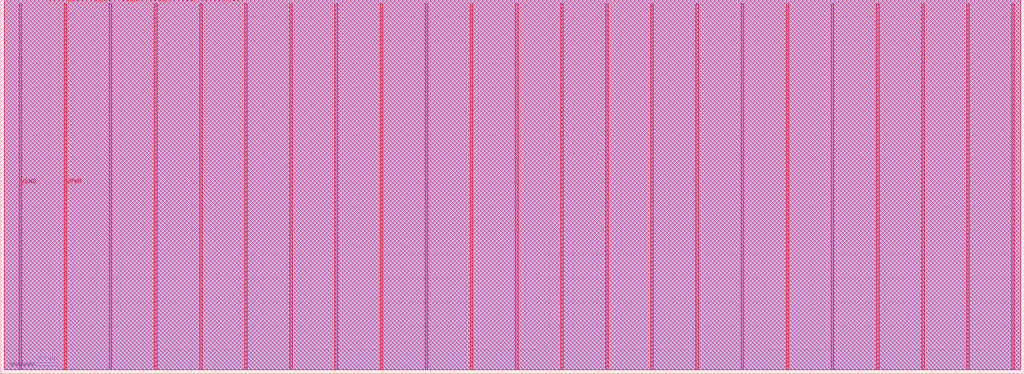
<source format=lef>
VERSION 5.8 ;
BUSBITCHARS "[]" ;
DIVIDERCHAR "/" ;
UNITS
    DATABASE MICRONS 1000 ;
END UNITS

VIA tt_um_no_time_for_squares_tommythorn_via1_2_2200_440_1_5_410_410
  VIARULE via1Array ;
  CUTSIZE 0.19 0.19 ;
  LAYERS Metal1 Via1 Metal2 ;
  CUTSPACING 0.22 0.22 ;
  ENCLOSURE 0.01 0.125 0.05 0.005 ;
  ROWCOL 1 5 ;
END tt_um_no_time_for_squares_tommythorn_via1_2_2200_440_1_5_410_410

VIA tt_um_no_time_for_squares_tommythorn_via2_3_2200_440_1_5_410_410
  VIARULE via2Array ;
  CUTSIZE 0.19 0.19 ;
  LAYERS Metal2 Via2 Metal3 ;
  CUTSPACING 0.22 0.22 ;
  ENCLOSURE 0.05 0.005 0.005 0.05 ;
  ROWCOL 1 5 ;
END tt_um_no_time_for_squares_tommythorn_via2_3_2200_440_1_5_410_410

VIA tt_um_no_time_for_squares_tommythorn_via3_4_2200_440_1_5_410_410
  VIARULE via3Array ;
  CUTSIZE 0.19 0.19 ;
  LAYERS Metal3 Via3 Metal4 ;
  CUTSPACING 0.22 0.22 ;
  ENCLOSURE 0.005 0.05 0.05 0.005 ;
  ROWCOL 1 5 ;
END tt_um_no_time_for_squares_tommythorn_via3_4_2200_440_1_5_410_410

VIA tt_um_no_time_for_squares_tommythorn_via4_5_2200_440_1_5_410_410
  VIARULE via4Array ;
  CUTSIZE 0.19 0.19 ;
  LAYERS Metal4 Via4 Metal5 ;
  CUTSPACING 0.22 0.22 ;
  ENCLOSURE 0.05 0.005 0.185 0.05 ;
  ROWCOL 1 5 ;
END tt_um_no_time_for_squares_tommythorn_via4_5_2200_440_1_5_410_410

MACRO tt_um_no_time_for_squares_tommythorn
  FOREIGN tt_um_no_time_for_squares_tommythorn 0 0 ;
  CLASS BLOCK ;
  SIZE 857.28 BY 313.74 ;
  PIN clk
    DIRECTION INPUT ;
    USE SIGNAL ;
    PORT
      LAYER Metal5 ;
        RECT  198.57 312.74 198.87 313.74 ;
    END
  END clk
  PIN ena
    DIRECTION INPUT ;
    USE SIGNAL ;
    PORT
      LAYER Metal5 ;
        RECT  202.41 312.74 202.71 313.74 ;
    END
  END ena
  PIN rst_n
    DIRECTION INPUT ;
    USE SIGNAL ;
    PORT
      LAYER Metal5 ;
        RECT  194.73 312.74 195.03 313.74 ;
    END
  END rst_n
  PIN ui_in[0]
    DIRECTION INPUT ;
    USE SIGNAL ;
    PORT
      LAYER Metal5 ;
        RECT  190.89 312.74 191.19 313.74 ;
    END
  END ui_in[0]
  PIN ui_in[1]
    DIRECTION INPUT ;
    USE SIGNAL ;
    PORT
      LAYER Metal5 ;
        RECT  187.05 312.74 187.35 313.74 ;
    END
  END ui_in[1]
  PIN ui_in[2]
    DIRECTION INPUT ;
    USE SIGNAL ;
    PORT
      LAYER Metal5 ;
        RECT  183.21 312.74 183.51 313.74 ;
    END
  END ui_in[2]
  PIN ui_in[3]
    DIRECTION INPUT ;
    USE SIGNAL ;
    PORT
      LAYER Metal5 ;
        RECT  179.37 312.74 179.67 313.74 ;
    END
  END ui_in[3]
  PIN ui_in[4]
    DIRECTION INPUT ;
    USE SIGNAL ;
    PORT
      LAYER Metal5 ;
        RECT  175.53 312.74 175.83 313.74 ;
    END
  END ui_in[4]
  PIN ui_in[5]
    DIRECTION INPUT ;
    USE SIGNAL ;
    PORT
      LAYER Metal5 ;
        RECT  171.69 312.74 171.99 313.74 ;
    END
  END ui_in[5]
  PIN ui_in[6]
    DIRECTION INPUT ;
    USE SIGNAL ;
    PORT
      LAYER Metal5 ;
        RECT  167.85 312.74 168.15 313.74 ;
    END
  END ui_in[6]
  PIN ui_in[7]
    DIRECTION INPUT ;
    USE SIGNAL ;
    PORT
      LAYER Metal5 ;
        RECT  164.01 312.74 164.31 313.74 ;
    END
  END ui_in[7]
  PIN uio_in[0]
    DIRECTION INPUT ;
    USE SIGNAL ;
    PORT
      LAYER Metal5 ;
        RECT  160.17 312.74 160.47 313.74 ;
    END
  END uio_in[0]
  PIN uio_in[1]
    DIRECTION INPUT ;
    USE SIGNAL ;
    PORT
      LAYER Metal5 ;
        RECT  156.33 312.74 156.63 313.74 ;
    END
  END uio_in[1]
  PIN uio_in[2]
    DIRECTION INPUT ;
    USE SIGNAL ;
    PORT
      LAYER Metal5 ;
        RECT  152.49 312.74 152.79 313.74 ;
    END
  END uio_in[2]
  PIN uio_in[3]
    DIRECTION INPUT ;
    USE SIGNAL ;
    PORT
      LAYER Metal5 ;
        RECT  148.65 312.74 148.95 313.74 ;
    END
  END uio_in[3]
  PIN uio_in[4]
    DIRECTION INPUT ;
    USE SIGNAL ;
    PORT
      LAYER Metal5 ;
        RECT  144.81 312.74 145.11 313.74 ;
    END
  END uio_in[4]
  PIN uio_in[5]
    DIRECTION INPUT ;
    USE SIGNAL ;
    PORT
      LAYER Metal5 ;
        RECT  140.97 312.74 141.27 313.74 ;
    END
  END uio_in[5]
  PIN uio_in[6]
    DIRECTION INPUT ;
    USE SIGNAL ;
    PORT
      LAYER Metal5 ;
        RECT  137.13 312.74 137.43 313.74 ;
    END
  END uio_in[6]
  PIN uio_in[7]
    DIRECTION INPUT ;
    USE SIGNAL ;
    PORT
      LAYER Metal5 ;
        RECT  133.29 312.74 133.59 313.74 ;
    END
  END uio_in[7]
  PIN uio_oe[0]
    DIRECTION OUTPUT ;
    USE SIGNAL ;
    PORT
      LAYER Metal5 ;
        RECT  68.01 312.74 68.31 313.74 ;
    END
  END uio_oe[0]
  PIN uio_oe[1]
    DIRECTION OUTPUT ;
    USE SIGNAL ;
    PORT
      LAYER Metal5 ;
        RECT  64.17 312.74 64.47 313.74 ;
    END
  END uio_oe[1]
  PIN uio_oe[2]
    DIRECTION OUTPUT ;
    USE SIGNAL ;
    PORT
      LAYER Metal5 ;
        RECT  60.33 312.74 60.63 313.74 ;
    END
  END uio_oe[2]
  PIN uio_oe[3]
    DIRECTION OUTPUT ;
    USE SIGNAL ;
    PORT
      LAYER Metal5 ;
        RECT  56.49 312.74 56.79 313.74 ;
    END
  END uio_oe[3]
  PIN uio_oe[4]
    DIRECTION OUTPUT ;
    USE SIGNAL ;
    PORT
      LAYER Metal5 ;
        RECT  52.65 312.74 52.95 313.74 ;
    END
  END uio_oe[4]
  PIN uio_oe[5]
    DIRECTION OUTPUT ;
    USE SIGNAL ;
    PORT
      LAYER Metal5 ;
        RECT  48.81 312.74 49.11 313.74 ;
    END
  END uio_oe[5]
  PIN uio_oe[6]
    DIRECTION OUTPUT ;
    USE SIGNAL ;
    PORT
      LAYER Metal5 ;
        RECT  44.97 312.74 45.27 313.74 ;
    END
  END uio_oe[6]
  PIN uio_oe[7]
    DIRECTION OUTPUT ;
    USE SIGNAL ;
    PORT
      LAYER Metal5 ;
        RECT  41.13 312.74 41.43 313.74 ;
    END
  END uio_oe[7]
  PIN uio_out[0]
    DIRECTION OUTPUT ;
    USE SIGNAL ;
    PORT
      LAYER Metal5 ;
        RECT  98.73 312.74 99.03 313.74 ;
    END
  END uio_out[0]
  PIN uio_out[1]
    DIRECTION OUTPUT ;
    USE SIGNAL ;
    PORT
      LAYER Metal5 ;
        RECT  94.89 312.74 95.19 313.74 ;
    END
  END uio_out[1]
  PIN uio_out[2]
    DIRECTION OUTPUT ;
    USE SIGNAL ;
    PORT
      LAYER Metal5 ;
        RECT  91.05 312.74 91.35 313.74 ;
    END
  END uio_out[2]
  PIN uio_out[3]
    DIRECTION OUTPUT ;
    USE SIGNAL ;
    PORT
      LAYER Metal5 ;
        RECT  87.21 312.74 87.51 313.74 ;
    END
  END uio_out[3]
  PIN uio_out[4]
    DIRECTION OUTPUT ;
    USE SIGNAL ;
    PORT
      LAYER Metal5 ;
        RECT  83.37 312.74 83.67 313.74 ;
    END
  END uio_out[4]
  PIN uio_out[5]
    DIRECTION OUTPUT ;
    USE SIGNAL ;
    PORT
      LAYER Metal5 ;
        RECT  79.53 312.74 79.83 313.74 ;
    END
  END uio_out[5]
  PIN uio_out[6]
    DIRECTION OUTPUT ;
    USE SIGNAL ;
    PORT
      LAYER Metal5 ;
        RECT  75.69 312.74 75.99 313.74 ;
    END
  END uio_out[6]
  PIN uio_out[7]
    DIRECTION OUTPUT ;
    USE SIGNAL ;
    PORT
      LAYER Metal5 ;
        RECT  71.85 312.74 72.15 313.74 ;
    END
  END uio_out[7]
  PIN uo_out[0]
    DIRECTION OUTPUT ;
    USE SIGNAL ;
    PORT
      LAYER Metal5 ;
        RECT  129.45 312.74 129.75 313.74 ;
    END
  END uo_out[0]
  PIN uo_out[1]
    DIRECTION OUTPUT ;
    USE SIGNAL ;
    PORT
      LAYER Metal5 ;
        RECT  125.61 312.74 125.91 313.74 ;
    END
  END uo_out[1]
  PIN uo_out[2]
    DIRECTION OUTPUT ;
    USE SIGNAL ;
    PORT
      LAYER Metal5 ;
        RECT  121.77 312.74 122.07 313.74 ;
    END
  END uo_out[2]
  PIN uo_out[3]
    DIRECTION OUTPUT ;
    USE SIGNAL ;
    PORT
      LAYER Metal5 ;
        RECT  117.93 312.74 118.23 313.74 ;
    END
  END uo_out[3]
  PIN uo_out[4]
    DIRECTION OUTPUT ;
    USE SIGNAL ;
    PORT
      LAYER Metal5 ;
        RECT  114.09 312.74 114.39 313.74 ;
    END
  END uo_out[4]
  PIN uo_out[5]
    DIRECTION OUTPUT ;
    USE SIGNAL ;
    PORT
      LAYER Metal5 ;
        RECT  110.25 312.74 110.55 313.74 ;
    END
  END uo_out[5]
  PIN uo_out[6]
    DIRECTION OUTPUT ;
    USE SIGNAL ;
    PORT
      LAYER Metal5 ;
        RECT  106.41 312.74 106.71 313.74 ;
    END
  END uo_out[6]
  PIN uo_out[7]
    DIRECTION OUTPUT ;
    USE SIGNAL ;
    PORT
      LAYER Metal5 ;
        RECT  102.57 312.74 102.87 313.74 ;
    END
  END uo_out[7]
  PIN VGND
    DIRECTION INOUT ;
    USE GROUND ;
    PORT
      LAYER Metal5 ;
        RECT  846.98 3.56 849.18 310.18 ;
        RECT  771.38 3.56 773.58 310.18 ;
        RECT  695.78 3.56 697.98 310.18 ;
        RECT  620.18 3.56 622.38 310.18 ;
        RECT  544.58 3.56 546.78 310.18 ;
        RECT  468.98 3.56 471.18 310.18 ;
        RECT  393.38 3.56 395.58 310.18 ;
        RECT  317.78 3.56 319.98 310.18 ;
        RECT  242.18 3.56 244.38 310.18 ;
        RECT  166.58 3.56 168.78 310.18 ;
        RECT  90.98 3.56 93.18 310.18 ;
        RECT  15.38 3.56 17.58 310.18 ;
    END
  END VGND
  PIN VPWR
    DIRECTION INOUT ;
    USE POWER ;
    PORT
      LAYER Metal5 ;
        RECT  809.18 3.56 811.38 310.18 ;
        RECT  733.58 3.56 735.78 310.18 ;
        RECT  657.98 3.56 660.18 310.18 ;
        RECT  582.38 3.56 584.58 310.18 ;
        RECT  506.78 3.56 508.98 310.18 ;
        RECT  431.18 3.56 433.38 310.18 ;
        RECT  355.58 3.56 357.78 310.18 ;
        RECT  279.98 3.56 282.18 310.18 ;
        RECT  204.38 3.56 206.58 310.18 ;
        RECT  128.78 3.56 130.98 310.18 ;
        RECT  53.18 3.56 55.38 310.18 ;
    END
  END VPWR
  OBS
    LAYER Metal1 ;
     RECT  2.88 3.56 854.4 313.74 ;
    LAYER Metal2 ;
     RECT  2.88 3.56 854.4 313.74 ;
    LAYER Metal3 ;
     RECT  2.88 3.56 854.4 313.74 ;
    LAYER Metal4 ;
     RECT  2.88 3.56 854.4 313.74 ;
    LAYER Metal5 ;
     RECT  2.88 3.56 854.4 313.74 ;
  END
END tt_um_no_time_for_squares_tommythorn
END LIBRARY

</source>
